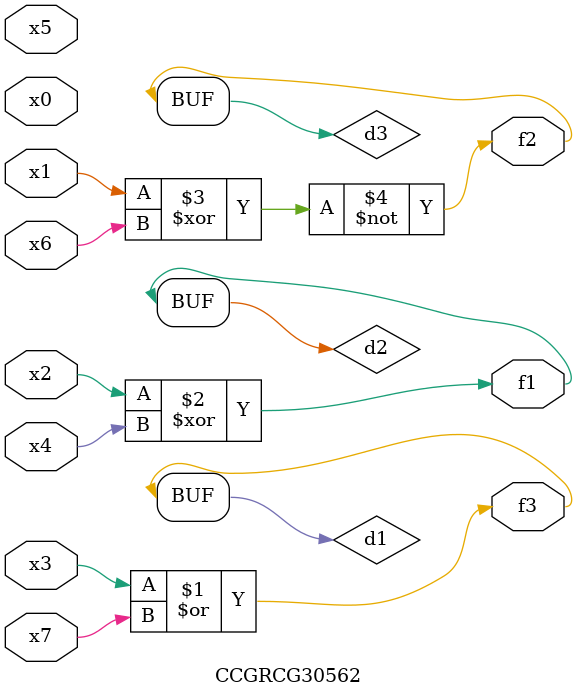
<source format=v>
module CCGRCG30562(
	input x0, x1, x2, x3, x4, x5, x6, x7,
	output f1, f2, f3
);

	wire d1, d2, d3;

	or (d1, x3, x7);
	xor (d2, x2, x4);
	xnor (d3, x1, x6);
	assign f1 = d2;
	assign f2 = d3;
	assign f3 = d1;
endmodule

</source>
